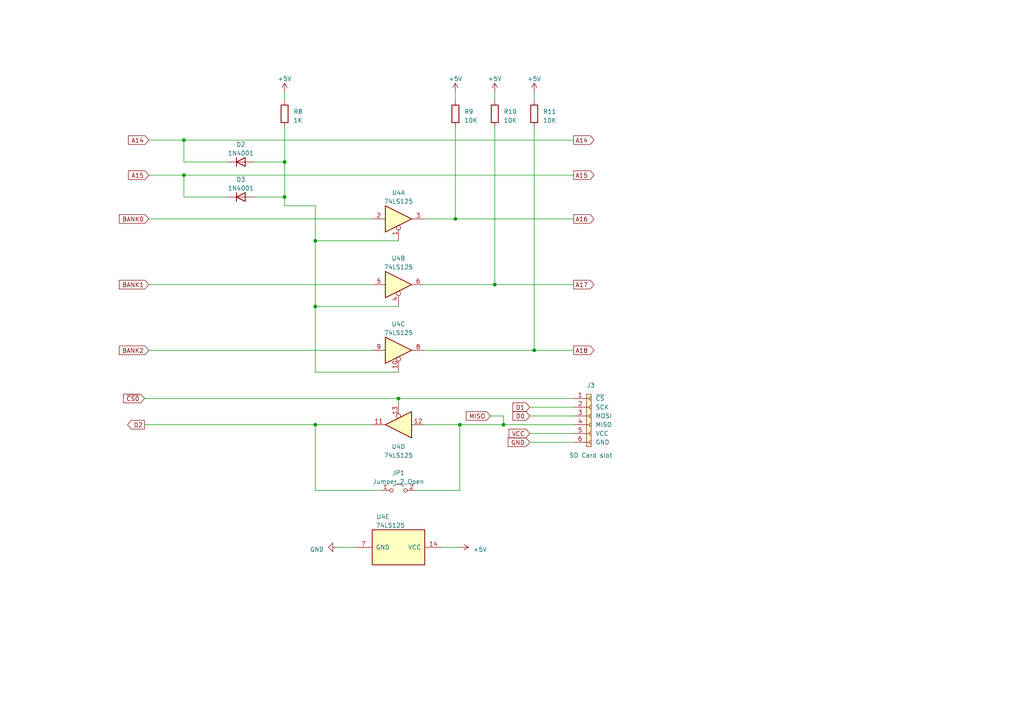
<source format=kicad_sch>
(kicad_sch (version 20230121) (generator eeschema)
  (paper "A4")
  (lib_symbols
    (symbol "74xx:74LS125" (pin_names (offset 1.016))
      (property "Reference" "U" (at 0 1.27 0))
      (property "Value" "74LS125" (at 0 -1.27 0))
      (symbol "74LS125_1_0"
        (polyline (pts (xy -3.81 3.81) (xy -3.81 -3.81) (xy 3.81 0) (xy -3.81 3.81)) (stroke (width 0.254)) (fill (type background)))
        (pin input inverted (at 0 -6.35 90) (length 4.445) (name "~") (number "1"))
        (pin input line (at -7.62 0 0) (length 3.81) (name "~") (number "2"))
        (pin tri_state line (at 7.62 0 180) (length 3.81) (name "~") (number "3"))
      )
      (symbol "74LS125_2_0"
        (polyline (pts (xy -3.81 3.81) (xy -3.81 -3.81) (xy 3.81 0) (xy -3.81 3.81)) (stroke (width 0.254)) (fill (type background)))
        (pin input inverted (at 0 -6.35 90) (length 4.445) (name "~") (number "4"))
        (pin input line (at -7.62 0 0) (length 3.81) (name "~") (number "5"))
        (pin tri_state line (at 7.62 0 180) (length 3.81) (name "~") (number "6"))
      )
      (symbol "74LS125_3_0"
        (polyline (pts (xy -3.81 3.81) (xy -3.81 -3.81) (xy 3.81 0) (xy -3.81 3.81)) (stroke (width 0.254)) (fill (type background)))
        (pin input inverted (at 0 -6.35 90) (length 4.445) (name "~") (number "10"))
        (pin tri_state line (at 7.62 0 180) (length 3.81) (name "~") (number "8"))
        (pin input line (at -7.62 0 0) (length 3.81) (name "~") (number "9"))
      )
      (symbol "74LS125_4_0"
        (polyline (pts (xy -3.81 3.81) (xy -3.81 -3.81) (xy 3.81 0) (xy -3.81 3.81)) (stroke (width 0.254)) (fill (type background)))
        (pin tri_state line (at 7.62 0 180) (length 3.81) (name "~") (number "11"))
        (pin input line (at -7.62 0 0) (length 3.81) (name "~") (number "12"))
        (pin input inverted (at 0 -6.35 90) (length 4.445) (name "~") (number "13"))
      )
      (symbol "74LS125_5_0"
        (pin power_in line (at 0 12.7 270) (length 5.08) (name "VCC") (number "14"))
        (pin power_in line (at 0 -12.7 90) (length 5.08) (name "GND") (number "7"))
      )
      (symbol "74LS125_5_1"
        (rectangle (start -5.08 7.62) (end 5.08 -7.62) (stroke (width 0.254)) (fill (type background)))
      )
    )
    (symbol "Connector:Conn_01x06_Socket" (pin_names (offset 2.54))
      (property "Reference" "J2" (at -1.27 8.89 0))
      (property "Value" "SD Card slot" (at -6.35 -11.43 0))
      (symbol "Conn_01x06_Socket_1_1"
        (rectangle (start -1.27 6.35) (end 0 -8.89) (fill (type background)))
        (arc (start 0 -7.112) (mid -0.5058 -7.62) (end 0 -8.128) (stroke (width 0.1524)))
        (arc (start 0 -4.572) (mid -0.5058 -5.08) (end 0 -5.588) (stroke (width 0.1524)))
        (arc (start 0 -2.032) (mid -0.5058 -2.54) (end 0 -3.048) (stroke (width 0.1524)))
        (polyline (pts (xy -1.27 -7.62) (xy -0.508 -7.62)) (stroke (width 0.1524)))
        (polyline (pts (xy -1.27 -5.08) (xy -0.508 -5.08)) (stroke (width 0.1524)))
        (polyline (pts (xy -1.27 -2.54) (xy -0.508 -2.54)) (stroke (width 0.1524)))
        (polyline (pts (xy -1.27 0) (xy -0.508 0)) (stroke (width 0.1524)))
        (polyline (pts (xy -1.27 2.54) (xy -0.508 2.54)) (stroke (width 0.1524)))
        (polyline (pts (xy -1.27 5.08) (xy -0.508 5.08)) (stroke (width 0.1524)))
        (arc (start 0 0.508) (mid -0.5058 0) (end 0 -0.508) (stroke (width 0.1524)))
        (arc (start 0 3.048) (mid -0.5058 2.54) (end 0 2.032) (stroke (width 0.1524)))
        (arc (start 0 5.588) (mid -0.5058 5.08) (end 0 4.572) (stroke (width 0.1524)))
        (pin passive line (at -5.08 5.08 0) (length 3.81) (name "~{CS}") (number "1"))
        (pin passive line (at -5.08 2.54 0) (length 3.81) (name "SCK") (number "2"))
        (pin passive line (at -5.08 0 0) (length 3.81) (name "MOSI") (number "3"))
        (pin passive line (at -5.08 -2.54 0) (length 3.81) (name "MISO") (number "4"))
        (pin passive line (at -5.08 -5.08 0) (length 3.81) (name "VCC") (number "5"))
        (pin passive line (at -5.08 -7.62 0) (length 3.81) (name "GND") (number "6"))
      )
    )
    (symbol "Device:R" (pin_numbers hide) (pin_names (offset 0))
      (property "Reference" "R" (at 2.032 0 90))
      (property "Value" "R" (at 0 0 90))
      (symbol "R_0_1"
        (rectangle (start -1.016 -2.54) (end 1.016 2.54) (stroke (width 0.254)))
      )
      (symbol "R_1_1"
        (pin passive line (at 0 3.81 270) (length 1.27) (name "~") (number "1"))
        (pin passive line (at 0 -3.81 90) (length 1.27) (name "~") (number "2"))
      )
    )
    (symbol "Diode:1N4001" (pin_numbers hide) (pin_names hide)
      (property "Reference" "D" (at 0 2.54 0))
      (property "Value" "1N4001" (at 0 -2.54 0))
      (symbol "1N4001_0_1"
        (polyline (pts (xy -1.27 1.27) (xy -1.27 -1.27)) (stroke (width 0.254)))
        (polyline (pts (xy 1.27 0) (xy -1.27 0)))
        (polyline (pts (xy 1.27 1.27) (xy 1.27 -1.27) (xy -1.27 0) (xy 1.27 1.27)) (stroke (width 0.254)))
      )
      (symbol "1N4001_1_1"
        (pin passive line (at -3.81 0 0) (length 2.54) (name "K") (number "1"))
        (pin passive line (at 3.81 0 180) (length 2.54) (name "A") (number "2"))
      )
    )
    (symbol "Jumper:Jumper_2_Open" (pin_names (offset 0) hide)
      (property "Reference" "JP" (at 0 2.794 0))
      (property "Value" "Jumper_2_Open" (at 0 -2.286 0))
      (symbol "Jumper_2_Open_0_0"
        (circle (center -2.032 0) (radius 0.508))
        (circle (center 2.032 0) (radius 0.508))
      )
      (symbol "Jumper_2_Open_0_1"
        (arc (start 1.524 1.27) (mid 0 1.778) (end -1.524 1.27))
      )
      (symbol "Jumper_2_Open_1_1"
        (pin passive line (at -5.08 0 0) (length 2.54) (name "A") (number "1"))
        (pin passive line (at 5.08 0 180) (length 2.54) (name "B") (number "2"))
      )
    )
    (symbol "power:+5V" (power) (pin_names (offset 0))
      (property "Value" "+5V" (at 0 3.556 0))
      (symbol "+5V_0_1"
        (polyline (pts (xy -0.762 1.27) (xy 0 2.54)))
        (polyline (pts (xy 0 0) (xy 0 2.54)))
        (polyline (pts (xy 0 2.54) (xy 0.762 1.27)))
      )
      (symbol "+5V_1_1"
        (pin power_in line (at 0 0 90) (length 0) hide (name "+5V") (number "1"))
      )
    )
    (symbol "power:GND" (power) (pin_names (offset 0))
      (property "Value" "GND" (at 0 -3.81 0))
      (symbol "GND_0_1"
        (polyline (pts (xy 0 0) (xy 0 -1.27) (xy 1.27 -1.27) (xy 0 -2.54) (xy -1.27 -1.27) (xy 0 -1.27)))
      )
      (symbol "GND_1_1"
        (pin power_in line (at 0 0 270) (length 0) hide (name "GND") (number "1"))
      )
    )
  )
  (junction (at 115.57 115.57))
  (junction (at 146.05 123.19))
  (junction (at 82.55 57.15))
  (junction (at 91.44 88.9))
  (junction (at 154.94 101.6))
  (junction (at 132.08 63.5))
  (junction (at 133.35 123.19))
  (junction (at 53.34 50.8))
  (junction (at 143.51 82.55))
  (junction (at 91.44 69.85))
  (junction (at 91.44 123.19))
  (junction (at 82.55 46.99))
  (junction (at 53.34 40.64))
  (wire (pts (xy 146.05 123.19) (xy 166.37 123.19)))
  (wire (pts (xy 123.19 123.19) (xy 133.35 123.19)))
  (wire (pts (xy 133.35 142.24) (xy 133.35 123.19)))
  (wire (pts (xy 153.67 120.65) (xy 166.37 120.65)))
  (wire (pts (xy 82.55 59.69) (xy 91.44 59.69)))
  (wire (pts (xy 91.44 123.19) (xy 107.95 123.19)))
  (wire (pts (xy 53.34 46.99) (xy 66.04 46.99)))
  (wire (pts (xy 53.34 57.15) (xy 66.04 57.15)))
  (wire (pts (xy 115.57 115.57) (xy 166.37 115.57)))
  (wire (pts (xy 43.18 82.55) (xy 107.95 82.55)))
  (wire (pts (xy 123.19 63.5) (xy 132.08 63.5)))
  (wire (pts (xy 154.94 26.67) (xy 154.94 29.21)))
  (wire (pts (xy 132.08 36.83) (xy 132.08 63.5)))
  (wire (pts (xy 154.94 101.6) (xy 166.37 101.6)))
  (wire (pts (xy 43.18 50.8) (xy 53.34 50.8)))
  (wire (pts (xy 120.65 142.24) (xy 133.35 142.24)))
  (wire (pts (xy 41.91 115.57) (xy 115.57 115.57)))
  (wire (pts (xy 132.08 26.67) (xy 132.08 29.21)))
  (wire (pts (xy 91.44 69.85) (xy 91.44 88.9)))
  (wire (pts (xy 41.91 123.19) (xy 91.44 123.19)))
  (wire (pts (xy 73.66 57.15) (xy 82.55 57.15)))
  (wire (pts (xy 166.37 40.64) (xy 53.34 40.64)))
  (wire (pts (xy 53.34 50.8) (xy 53.34 57.15)))
  (wire (pts (xy 43.18 101.6) (xy 107.95 101.6)))
  (wire (pts (xy 43.18 63.5) (xy 107.95 63.5)))
  (wire (pts (xy 133.35 123.19) (xy 146.05 123.19)))
  (wire (pts (xy 91.44 88.9) (xy 115.57 88.9)))
  (wire (pts (xy 82.55 26.67) (xy 82.55 29.21)))
  (wire (pts (xy 82.55 57.15) (xy 82.55 46.99)))
  (wire (pts (xy 123.19 101.6) (xy 154.94 101.6)))
  (wire (pts (xy 146.05 120.65) (xy 146.05 123.19)))
  (wire (pts (xy 132.08 63.5) (xy 166.37 63.5)))
  (wire (pts (xy 143.51 82.55) (xy 166.37 82.55)))
  (wire (pts (xy 153.67 128.27) (xy 166.37 128.27)))
  (wire (pts (xy 97.79 158.75) (xy 102.87 158.75)))
  (wire (pts (xy 82.55 36.83) (xy 82.55 46.99)))
  (wire (pts (xy 43.18 40.64) (xy 53.34 40.64)))
  (wire (pts (xy 91.44 107.95) (xy 115.57 107.95)))
  (wire (pts (xy 91.44 69.85) (xy 115.57 69.85)))
  (wire (pts (xy 91.44 142.24) (xy 91.44 123.19)))
  (wire (pts (xy 123.19 82.55) (xy 143.51 82.55)))
  (wire (pts (xy 166.37 50.8) (xy 53.34 50.8)))
  (wire (pts (xy 91.44 88.9) (xy 91.44 107.95)))
  (wire (pts (xy 53.34 40.64) (xy 53.34 46.99)))
  (wire (pts (xy 82.55 46.99) (xy 73.66 46.99)))
  (wire (pts (xy 143.51 26.67) (xy 143.51 29.21)))
  (wire (pts (xy 128.27 158.75) (xy 133.35 158.75)))
  (wire (pts (xy 143.51 36.83) (xy 143.51 82.55)))
  (wire (pts (xy 154.94 36.83) (xy 154.94 101.6)))
  (wire (pts (xy 142.24 120.65) (xy 146.05 120.65)))
  (wire (pts (xy 82.55 57.15) (xy 82.55 59.69)))
  (wire (pts (xy 153.67 118.11) (xy 166.37 118.11)))
  (wire (pts (xy 153.67 125.73) (xy 166.37 125.73)))
  (wire (pts (xy 110.49 142.24) (xy 91.44 142.24)))
  (wire (pts (xy 91.44 59.69) (xy 91.44 69.85)))
  (wire (pts (xy 115.57 115.57) (xy 115.57 116.84)))
  (global_label "A16" (shape output) (at 166.37 63.5 0) (property "Intersheetrefs" "${INTERSHEET_REFS}" (effects hide)))
  (global_label "A18" (shape output) (at 166.37 101.6 0) (property "Intersheetrefs" "${INTERSHEET_REFS}" (effects hide)))
  (global_label "BANK1" (shape input) (at 43.18 82.55 180) (property "Intersheetrefs" "${INTERSHEET_REFS}" (effects hide)))
  (global_label "BANK2" (shape input) (at 43.18 101.6 180) (property "Intersheetrefs" "${INTERSHEET_REFS}" (effects hide)))
  (global_label "A14" (shape input) (at 43.18 40.64 180) (property "Intersheetrefs" "${INTERSHEET_REFS}" (effects hide)))
  (global_label "A17" (shape output) (at 166.37 82.55 0) (property "Intersheetrefs" "${INTERSHEET_REFS}" (effects hide)))
  (global_label "A15" (shape output) (at 166.37 50.8 0) (property "Intersheetrefs" "${INTERSHEET_REFS}" (effects hide)))
  (global_label "D2" (shape output) (at 41.91 123.19 180) (property "Intersheetrefs" "${INTERSHEET_REFS}" (effects hide)))
  (global_label "A14" (shape output) (at 166.37 40.64 0) (property "Intersheetrefs" "${INTERSHEET_REFS}" (effects hide)))
  (global_label "MISO" (shape input) (at 142.24 120.65 180) (property "Intersheetrefs" "${INTERSHEET_REFS}" (effects hide)))
  (global_label "D1" (shape input) (at 153.67 118.11 180) (property "Intersheetrefs" "${INTERSHEET_REFS}" (effects hide)))
  (global_label "A15" (shape input) (at 43.18 50.8 180) (property "Intersheetrefs" "${INTERSHEET_REFS}" (effects hide)))
  (global_label "~{CS0}" (shape input) (at 41.91 115.57 180) (property "Intersheetrefs" "${INTERSHEET_REFS}" (effects hide)))
  (global_label "GND" (shape input) (at 153.67 128.27 180) (property "Intersheetrefs" "${INTERSHEET_REFS}" (effects hide)))
  (global_label "VCC" (shape input) (at 153.67 125.73 180) (property "Intersheetrefs" "${INTERSHEET_REFS}" (effects hide)))
  (global_label "BANK0" (shape input) (at 43.18 63.5 180) (property "Intersheetrefs" "${INTERSHEET_REFS}" (effects hide)))
  (global_label "D0" (shape input) (at 153.67 120.65 180) (property "Intersheetrefs" "${INTERSHEET_REFS}" (effects hide)))
  (symbol (lib_id "Diode:1N4001") (at 69.85 57.15 0) (unit 1)
    (property "Reference" "D3" (at 69.85 52.07 0))
    (property "Value" "1N4001" (at 69.85 54.61 0))
    (property "Footprint" "Diode_SMD:D_0805_2012Metric_Pad1.15x1.40mm_HandSolder" (effects hide))
    (property "Datasheet" "http://www.vishay.com/docs/88503/1n4001.pdf" (effects hide))
    (property "Sim.Device" "D" (effects hide))
    (property "Sim.Pins" "1=K 2=A" (effects hide))
  )
  (symbol (lib_id "Diode:1N4001") (at 69.85 46.99 0) (unit 1)
    (property "Reference" "D2" (at 69.85 41.91 0))
    (property "Value" "1N4001" (at 69.85 44.45 0))
    (property "Footprint" "Diode_SMD:D_0805_2012Metric_Pad1.15x1.40mm_HandSolder" (effects hide))
    (property "Datasheet" "http://www.vishay.com/docs/88503/1n4001.pdf" (effects hide))
    (property "Sim.Device" "D" (effects hide))
    (property "Sim.Pins" "1=K 2=A" (effects hide))
  )
  (symbol (lib_id "Connector:Conn_01x06_Socket") (at 171.45 120.65 0) (unit 1)
    (property "Reference" "J3" (at 170.18 111.76 0) (effects (justify left)))
    (property "Value" "SD Card slot" (at 165.1 132.08 0) (effects (justify left)))
    (property "Footprint" "Connector_PinSocket_2.54mm:PinSocket_1x06_P2.54mm_Vertical" (effects hide))
    (instances (project "MMU" (path "" (reference "J3") (unit 1))) (project "MEZ80RAM-SD" (path "" (reference "J3") (unit 1)) (path "" (reference "J5") (unit 1))))
  )
  (symbol (lib_id "Device:R") (at 82.55 33.02 0) (unit 1)
    (property "Reference" "R8" (at 85.09 32.385 0) (effects (justify left)))
    (property "Value" "1K" (at 85.09 34.925 0) (effects (justify left)))
    (property "Footprint" "Resistor_SMD:R_0603_1608Metric_Pad0.98x0.95mm_HandSolder" (effects hide))
  )
  (symbol (lib_id "power:+5V") (at 143.51 26.67 0) (unit 1)
    (property "Reference" "#PWR09" (effects hide))
    (property "Value" "+5V" (at 143.51 22.86 0))
    (instances (project "MMU" (path "" (reference "#PWR09") (unit 1))) (project "MEZ80RAM-SD" (path "" (reference "#PWR09") (unit 1)) (path "" (reference "#PWR029") (unit 1))))
  )
  (symbol (lib_id "74xx:74LS125") (at 115.57 82.55 0) (unit 2)
    (property "Reference" "U4" (at 115.57 74.93 0))
    (property "Value" "74LS125" (at 115.57 77.47 0))
    (property "Footprint" "Package_DIP:DIP-14_W7.62mm" (effects hide))
    (property "Datasheet" "http://www.ti.com/lit/gpn/sn74LS125" (effects hide))
  )
  (symbol (lib_id "Device:R") (at 132.08 33.02 0) (unit 1)
    (property "Reference" "R9" (at 134.62 32.385 0) (effects (justify left)))
    (property "Value" "10K" (at 134.62 34.925 0) (effects (justify left)))
    (property "Footprint" "Resistor_SMD:R_0603_1608Metric_Pad0.98x0.95mm_HandSolder" (effects hide))
  )
  (symbol (lib_id "power:+5V") (at 132.08 26.67 0) (unit 1)
    (property "Reference" "#PWR09" (effects hide))
    (property "Value" "+5V" (at 132.08 22.86 0))
    (instances (project "MMU" (path "" (reference "#PWR09") (unit 1))) (project "MEZ80RAM-SD" (path "" (reference "#PWR09") (unit 1)) (path "" (reference "#PWR028") (unit 1))))
  )
  (symbol (lib_id "74xx:74LS125") (at 115.57 158.75 270) (unit 5)
    (property "Reference" "U4" (at 113.03 149.86 90) (effects (justify right)))
    (property "Value" "74LS125" (at 117.475 152.4 90) (effects (justify right)))
    (property "Footprint" "Package_DIP:DIP-14_W7.62mm" (effects hide))
    (property "Datasheet" "http://www.ti.com/lit/gpn/sn74LS125" (effects hide))
  )
  (symbol (lib_id "power:+5V") (at 82.55 26.67 0) (unit 1)
    (property "Reference" "#PWR09" (effects hide))
    (property "Value" "+5V" (at 82.55 22.86 0))
    (instances (project "MMU" (path "" (reference "#PWR09") (unit 1))) (project "MEZ80RAM-SD" (path "" (reference "#PWR09") (unit 1)) (path "" (reference "#PWR025") (unit 1))))
  )
  (symbol (lib_id "Jumper:Jumper_2_Open") (at 115.57 142.24 0) (unit 1)
    (property "Reference" "JP1" (at 115.57 137.16 0))
    (property "Value" "Jumper_2_Open" (at 115.57 139.7 0))
    (property "Footprint" "Jumper:SolderJumper-2_P1.3mm_Open_TrianglePad1.0x1.5mm" (effects hide))
    (instances (project "MMU" (path "" (reference "JP1") (unit 1))) (project "MEZ80RAM-SD" (path "" (reference "JP1") (unit 1)) (path "" (reference "JP3") (unit 1))))
  )
  (symbol (lib_id "power:GND") (at 97.79 158.75 270) (unit 1)
    (property "Reference" "#PWR011" (effects hide))
    (property "Value" "GND" (at 93.98 159.385 90) (effects (justify right)))
    (instances (project "MMU" (path "" (reference "#PWR011") (unit 1))) (project "MEZ80RAM-SD" (path "" (reference "#PWR011") (unit 1)) (path "" (reference "#PWR027") (unit 1))))
  )
  (symbol (lib_id "Device:R") (at 154.94 33.02 0) (unit 1)
    (property "Reference" "R11" (at 157.48 32.385 0) (effects (justify left)))
    (property "Value" "10K" (at 157.48 34.925 0) (effects (justify left)))
    (property "Footprint" "Resistor_SMD:R_0603_1608Metric_Pad0.98x0.95mm_HandSolder" (effects hide))
  )
  (symbol (lib_id "Device:R") (at 143.51 33.02 0) (unit 1)
    (property "Reference" "R10" (at 146.05 32.385 0) (effects (justify left)))
    (property "Value" "10K" (at 146.05 34.925 0) (effects (justify left)))
    (property "Footprint" "Resistor_SMD:R_0603_1608Metric_Pad0.98x0.95mm_HandSolder" (effects hide))
  )
  (symbol (lib_id "power:+5V") (at 154.94 26.67 0) (unit 1)
    (property "Reference" "#PWR09" (effects hide))
    (property "Value" "+5V" (at 154.94 22.86 0))
    (instances (project "MMU" (path "" (reference "#PWR09") (unit 1))) (project "MEZ80RAM-SD" (path "" (reference "#PWR09") (unit 1)) (path "" (reference "#PWR030") (unit 1))))
  )
  (symbol (lib_id "74xx:74LS125") (at 115.57 123.19 180) (unit 4)
    (property "Reference" "U4" (at 115.57 129.54 0))
    (property "Value" "74LS125" (at 115.57 132.08 0))
    (property "Footprint" "Package_DIP:DIP-14_W7.62mm" (effects hide))
    (property "Datasheet" "http://www.ti.com/lit/gpn/sn74LS125" (effects hide))
  )
  (symbol (lib_id "74xx:74LS125") (at 115.57 101.6 0) (unit 3)
    (property "Reference" "U4" (at 115.57 93.98 0))
    (property "Value" "74LS125" (at 115.57 96.52 0))
    (property "Footprint" "Package_DIP:DIP-14_W7.62mm" (effects hide))
    (property "Datasheet" "http://www.ti.com/lit/gpn/sn74LS125" (effects hide))
  )
  (symbol (lib_id "74xx:74LS125") (at 115.57 63.5 0) (unit 1)
    (property "Reference" "U4" (at 115.57 55.88 0))
    (property "Value" "74LS125" (at 115.57 58.42 0))
    (property "Footprint" "Package_DIP:DIP-14_W7.62mm" (effects hide))
    (property "Datasheet" "http://www.ti.com/lit/gpn/sn74LS125" (effects hide))
  )
  (symbol (lib_id "power:+5V") (at 133.35 158.75 270) (unit 1)
    (property "Reference" "#PWR09" (effects hide))
    (property "Value" "+5V" (at 137.16 159.385 90) (effects (justify left)))
    (instances (project "MMU" (path "" (reference "#PWR09") (unit 1))) (project "MEZ80RAM-SD" (path "" (reference "#PWR09") (unit 1)) (path "" (reference "#PWR026") (unit 1))))
  )
)
</source>
